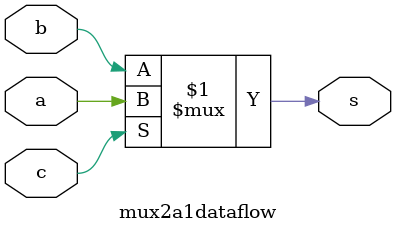
<source format=v>
/**************************************
* Module: mux2a1gates
* Date:2013-07-04  
* Author: leon     
*
* Description: Mutltiplexor 2 a 1 RTL
***************************************/
module  mux2a1dataflow(a,b,c,s);
input a,b,c;
output s;
assign s= c ? a : b;// si c=1 entonces a sino b
endmodule


</source>
